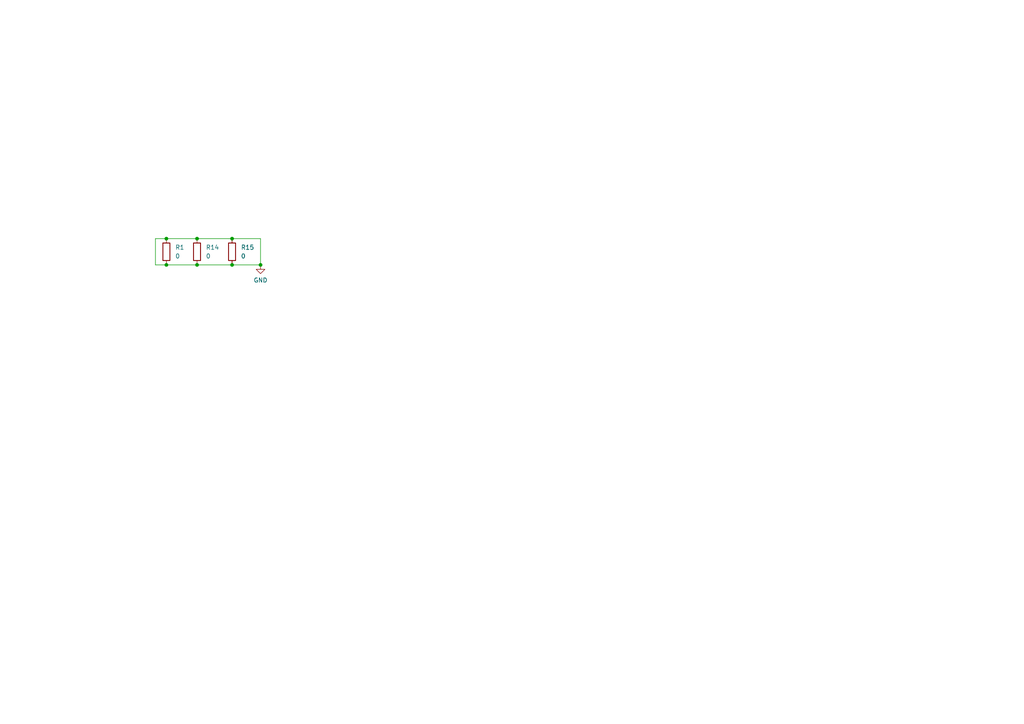
<source format=kicad_sch>
(kicad_sch (version 20230121) (generator eeschema)
  (paper "A4")
  (lib_symbols
    (symbol "Device:R" (pin_numbers hide) (pin_names (offset 0))
      (property "Reference" "R" (at 2.032 0 90))
      (property "Value" "R" (at 0 0 90))
      (symbol "R_0_1"
        (rectangle (start -1.016 -2.54) (end 1.016 2.54) (stroke (width 0.254)))
      )
      (symbol "R_1_1"
        (pin passive line (at 0 3.81 270) (length 1.27) (name "~") (number "1"))
        (pin passive line (at 0 -3.81 90) (length 1.27) (name "~") (number "2"))
      )
    )
    (symbol "power:GND" (power) (pin_names (offset 0))
      (property "Value" "GND" (at 0 -3.81 0))
      (symbol "GND_0_1"
        (polyline (pts (xy 0 0) (xy 0 -1.27) (xy 1.27 -1.27) (xy 0 -2.54) (xy -1.27 -1.27) (xy 0 -1.27)))
      )
      (symbol "GND_1_1"
        (pin power_in line (at 0 0 270) (length 0) hide (name "GND") (number "1"))
      )
    )
  )
  (junction (at 57.15 69.215))
  (junction (at 48.26 69.215))
  (junction (at 48.26 76.835))
  (junction (at 67.31 76.835))
  (junction (at 57.15 76.835))
  (junction (at 75.565 76.835))
  (junction (at 67.31 69.215))
  (wire (pts (xy 57.15 69.215) (xy 67.31 69.215)))
  (wire (pts (xy 45.085 69.215) (xy 48.26 69.215)))
  (wire (pts (xy 75.565 69.215) (xy 75.565 76.835)))
  (wire (pts (xy 48.26 69.215) (xy 57.15 69.215)))
  (wire (pts (xy 57.15 76.835) (xy 48.26 76.835)))
  (wire (pts (xy 75.565 76.835) (xy 67.31 76.835)))
  (wire (pts (xy 45.085 76.835) (xy 45.085 69.215)))
  (wire (pts (xy 67.31 69.215) (xy 75.565 69.215)))
  (wire (pts (xy 48.26 76.835) (xy 45.085 76.835)))
  (wire (pts (xy 67.31 76.835) (xy 57.15 76.835)))
  (symbol (lib_id "Device:R") (at 57.15 73.025 0) (unit 1)
    (property "Reference" "R14" (at 59.69 71.755 0) (effects (justify left)))
    (property "Value" "0" (at 59.69 74.295 0) (effects (justify left)))
    (property "Footprint" "Resistor_SMD:R_2010_5025Metric_Pad1.40x2.65mm_HandSolder" (effects hide))
  )
  (symbol (lib_id "power:GND") (at 75.565 76.835 0) (unit 1)
    (property "Reference" "#PWR032" (effects hide))
    (property "Value" "GND" (at 75.565 81.28 0))
  )
  (symbol (lib_id "Device:R") (at 48.26 73.025 0) (unit 1)
    (property "Reference" "R1" (at 50.8 71.755 0) (effects (justify left)))
    (property "Value" "0" (at 50.8 74.295 0) (effects (justify left)))
    (property "Footprint" "Resistor_SMD:R_2010_5025Metric_Pad1.40x2.65mm_HandSolder" (effects hide))
  )
  (symbol (lib_id "Device:R") (at 67.31 73.025 0) (unit 1)
    (property "Reference" "R15" (at 69.85 71.755 0) (effects (justify left)))
    (property "Value" "0" (at 69.85 74.295 0) (effects (justify left)))
    (property "Footprint" "Resistor_SMD:R_2010_5025Metric_Pad1.40x2.65mm_HandSolder" (effects hide))
  )
)
</source>
